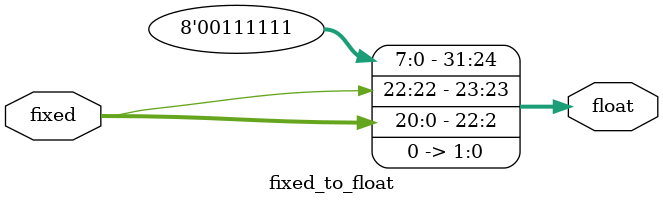
<source format=v>
module fixed_to_float #(
    parameter SIGN_BITS = 1,
    parameter INT_BITS  = 1,
    parameter FRAC_BITS = 22,
    parameter WIDTH     = SIGN_BITS + INT_BITS + FRAC_BITS
)(
  input  [WIDTH-1:0] fixed,
  output [31:0]      float
);

assign float = {1'b0, 7'd63, fixed[WIDTH-2], fixed[FRAC_BITS-2:0], 2'b00};
 
endmodule

</source>
